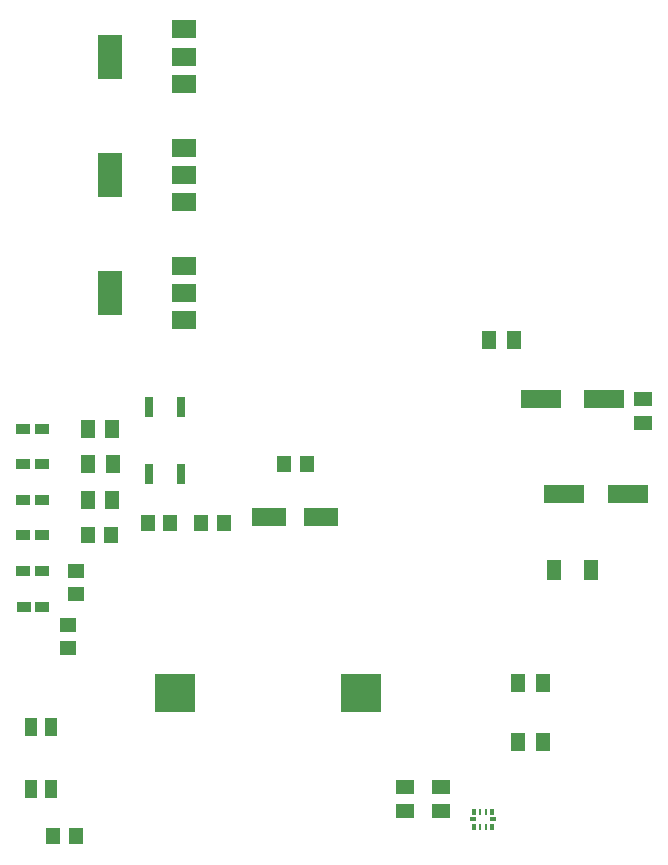
<source format=gbr>
G04 #@! TF.GenerationSoftware,KiCad,Pcbnew,5.0.0-rc2-unknown-bfa8903~65~ubuntu16.04.1*
G04 #@! TF.CreationDate,2018-06-03T14:39:05-05:00*
G04 #@! TF.ProjectId,omega-dock-new,6F6D6567612D646F636B2D6E65772E6B,rev?*
G04 #@! TF.SameCoordinates,Original*
G04 #@! TF.FileFunction,Paste,Top*
G04 #@! TF.FilePolarity,Positive*
%FSLAX46Y46*%
G04 Gerber Fmt 4.6, Leading zero omitted, Abs format (unit mm)*
G04 Created by KiCad (PCBNEW 5.0.0-rc2-unknown-bfa8903~65~ubuntu16.04.1) date Sun Jun  3 14:39:05 2018*
%MOMM*%
%LPD*%
G01*
G04 APERTURE LIST*
%ADD10R,1.145000X1.500000*%
%ADD11R,3.500000X1.600000*%
%ADD12R,2.000000X1.500000*%
%ADD13R,2.000000X3.800000*%
%ADD14R,1.500000X1.145000*%
%ADD15R,1.245000X1.800000*%
%ADD16R,0.300000X0.580000*%
%ADD17R,0.250000X0.580000*%
%ADD18R,0.630000X0.350000*%
%ADD19R,3.500000X3.300000*%
%ADD20R,1.220000X0.870000*%
%ADD21R,1.295000X1.400000*%
%ADD22R,3.000000X1.600000*%
%ADD23R,0.800000X1.800000*%
%ADD24R,1.400000X1.295000*%
%ADD25R,1.000000X1.550000*%
G04 APERTURE END LIST*
D10*
G04 #@! TO.C,C8*
X152957500Y-89000000D03*
X155042500Y-89000000D03*
G04 #@! TD*
D11*
G04 #@! TO.C,C10*
X162700000Y-94000000D03*
X157300000Y-94000000D03*
G04 #@! TD*
D12*
G04 #@! TO.C,U8*
X127150000Y-87300000D03*
X127150000Y-82700000D03*
X127150000Y-85000000D03*
D13*
X120850000Y-85000000D03*
G04 #@! TD*
G04 #@! TO.C,U9*
X120850000Y-75000000D03*
D12*
X127150000Y-75000000D03*
X127150000Y-72700000D03*
X127150000Y-77300000D03*
G04 #@! TD*
D13*
G04 #@! TO.C,U10*
X120850000Y-65000000D03*
D12*
X127150000Y-65000000D03*
X127150000Y-62700000D03*
X127150000Y-67300000D03*
G04 #@! TD*
D14*
G04 #@! TO.C,L3*
X166000000Y-93957500D03*
X166000000Y-96042500D03*
G04 #@! TD*
D10*
G04 #@! TO.C,R1*
X121042500Y-102500000D03*
X118957500Y-102500000D03*
G04 #@! TD*
G04 #@! TO.C,R2*
X119000000Y-99500000D03*
X121085000Y-99500000D03*
G04 #@! TD*
G04 #@! TO.C,R3*
X118957500Y-96500000D03*
X121042500Y-96500000D03*
G04 #@! TD*
D11*
G04 #@! TO.C,C11*
X164700000Y-102000000D03*
X159300000Y-102000000D03*
G04 #@! TD*
D15*
G04 #@! TO.C,C12*
X161592500Y-108500000D03*
X158407500Y-108500000D03*
G04 #@! TD*
D14*
G04 #@! TO.C,R4*
X148870000Y-128892500D03*
X148870000Y-126807500D03*
G04 #@! TD*
G04 #@! TO.C,R5*
X145850000Y-126827500D03*
X145850000Y-128912500D03*
G04 #@! TD*
D16*
G04 #@! TO.C,U11*
X151650000Y-128940000D03*
D17*
X152150000Y-128940000D03*
X152650000Y-128940000D03*
D16*
X153150000Y-128940000D03*
X153150000Y-130220000D03*
D17*
X152650000Y-130220000D03*
X152150000Y-130220000D03*
D16*
X151650000Y-130220000D03*
D18*
X151540000Y-129580000D03*
X153260000Y-129580000D03*
G04 #@! TD*
D10*
G04 #@! TO.C,R6*
X157500000Y-118000000D03*
X155415000Y-118000000D03*
G04 #@! TD*
G04 #@! TO.C,R7*
X155415000Y-123000000D03*
X157500000Y-123000000D03*
G04 #@! TD*
D19*
G04 #@! TO.C,BT1*
X126310000Y-118910000D03*
X142110000Y-118910000D03*
G04 #@! TD*
D20*
G04 #@! TO.C,D6*
X113490000Y-105490000D03*
X115090000Y-105490000D03*
G04 #@! TD*
D21*
G04 #@! TO.C,R22*
X120935000Y-105500000D03*
X119000000Y-105500000D03*
G04 #@! TD*
D20*
G04 #@! TO.C,D1*
X115100000Y-102500000D03*
X113500000Y-102500000D03*
G04 #@! TD*
G04 #@! TO.C,D2*
X113500000Y-99500000D03*
X115100000Y-99500000D03*
G04 #@! TD*
G04 #@! TO.C,D3*
X115100000Y-96500000D03*
X113500000Y-96500000D03*
G04 #@! TD*
D21*
G04 #@! TO.C,R19*
X124032500Y-104500000D03*
X125967500Y-104500000D03*
G04 #@! TD*
D22*
G04 #@! TO.C,C1*
X134300000Y-104000000D03*
X138700000Y-104000000D03*
G04 #@! TD*
D23*
G04 #@! TO.C,D5*
X126835000Y-94650000D03*
X124165000Y-94650000D03*
X124165000Y-100350000D03*
X126835000Y-100350000D03*
G04 #@! TD*
D21*
G04 #@! TO.C,R20*
X128565000Y-104500000D03*
X130500000Y-104500000D03*
G04 #@! TD*
G04 #@! TO.C,R21*
X137500000Y-99500000D03*
X135565000Y-99500000D03*
G04 #@! TD*
D20*
G04 #@! TO.C,D4*
X113490000Y-108520000D03*
X115090000Y-108520000D03*
G04 #@! TD*
D24*
G04 #@! TO.C,R8*
X118000000Y-110467500D03*
X118000000Y-108532500D03*
G04 #@! TD*
D21*
G04 #@! TO.C,R23*
X116000000Y-131000000D03*
X117935000Y-131000000D03*
G04 #@! TD*
D25*
G04 #@! TO.C,SW1*
X115850000Y-121732500D03*
X115850000Y-126982500D03*
X114150000Y-126982500D03*
X114150000Y-121732500D03*
G04 #@! TD*
D20*
G04 #@! TO.C,D7*
X113525000Y-111600000D03*
X115125000Y-111600000D03*
G04 #@! TD*
D24*
G04 #@! TO.C,R24*
X117300000Y-115060000D03*
X117300000Y-113125000D03*
G04 #@! TD*
M02*

</source>
